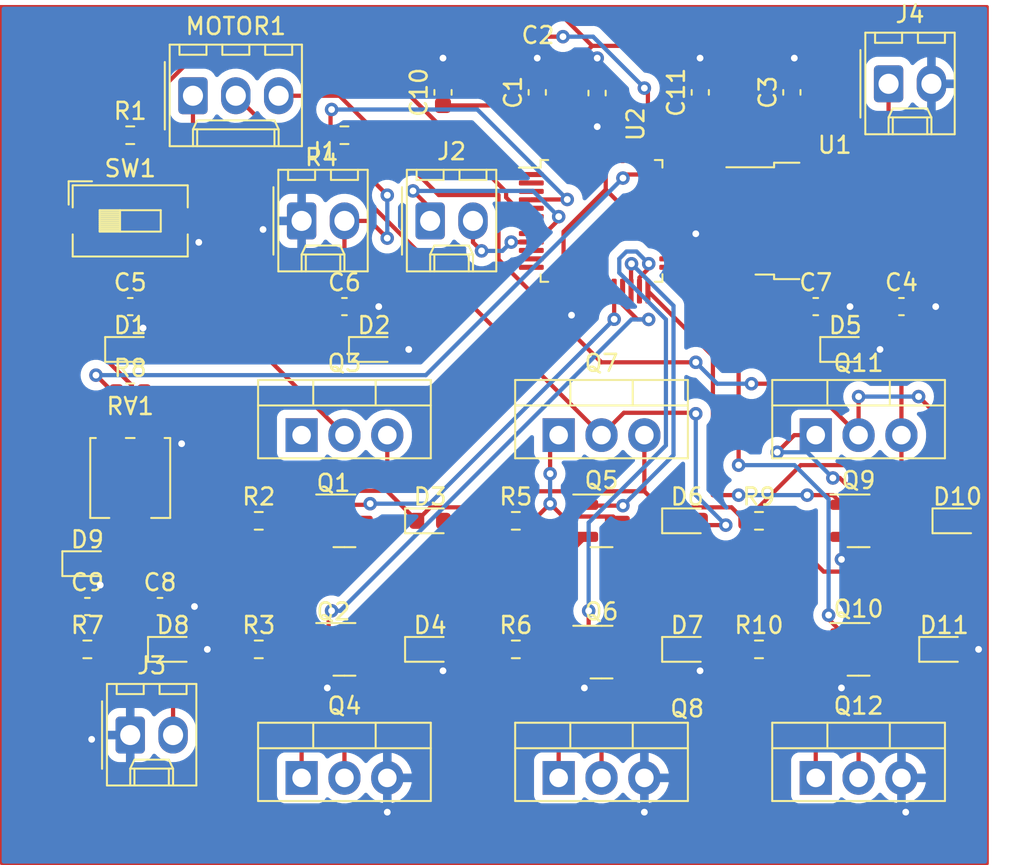
<source format=kicad_pcb>
(kicad_pcb (version 20211014) (generator pcbnew)
  (layers (0 "F.Cu" signal) (31 "B.Cu" signal) (34 "B.Paste" user) (35 "F.Paste" user) (36 "B.SilkS" user "B.Silkscreen") (37 "F.SilkS" user "F.Silkscreen") (38 "B.Mask" user) (39 "F.Mask" user) (44 "Edge.Cuts" user))
  (net 0 "")
  (net 1 "+5V")
  (net 2 "GND")
  (net 3 "+12V")
  (net 4 "Net-(C5-Pad1)")
  (net 5 "Net-(C6-Pad1)")
  (net 6 "Net-(C8-Pad1)")
  (net 7 "Net-(C9-Pad1)")
  (net 8 "Net-(D3-Pad2)")
  (net 9 "Net-(D6-Pad2)")
  (net 10 "Net-(D10-Pad2)")
  (net 11 "TX")
  (net 12 "RX")
  (net 13 "AH")
  (net 14 "Net-(Q1-Pad3)")
  (net 15 "AL")
  (net 16 "Net-(Q2-Pad3)")
  (net 17 "BH")
  (net 18 "Net-(Q5-Pad3)")
  (net 19 "BL")
  (net 20 "Net-(Q6-Pad3)")
  (net 21 "CH")
  (net 22 "Net-(Q11-Pad1)")
  (net 23 "CL")
  (net 24 "Net-(Q10-Pad3)")
  (net 25 "ARM")
  (net 26 "HALL")
  (net 27 "TEMP")
  (net 28 "POT")
  (footprint "Package_TO_SOT_THT:TO-220-3_Vertical" (layer "F.Cu") (at 132.08 114.3)
    (fp_text reference "Q3")
    (fp_text value "AO3401A")
  )
  (footprint "Package_QFP:TQFP-48_7x7mm_P0.5mm" (layer "F.Cu") (at 149.86 101.6)
    (fp_text reference "U2")
    (fp_text value "ATmega4809-A")
  )
  (footprint "Package_TO_SOT_THT:TO-220-3_Vertical" (layer "F.Cu") (at 162.56 134.62)
    (fp_text reference "Q12")
    (fp_text value "IRF540N")
  )
  (footprint "Diode_SMD:D_0603_1608Metric" (layer "F.Cu") (at 139.7 119.38)
    (fp_text reference "D3")
    (fp_text value "1N5819")
  )
  (footprint "Package_TO_SOT_THT:TO-220-3_Vertical" (layer "F.Cu") (at 132.08 134.62)
    (fp_text reference "Q4")
    (fp_text value "IRF540N")
  )
  (footprint "Package_TO_SOT_SMD:SOT-23" (layer "F.Cu") (at 165.1 119.38)
    (fp_text reference "Q9")
    (fp_text value "BC817")
  )
  (footprint "Capacitor_SMD:C_0603_1608Metric" (layer "F.Cu") (at 167.64 106.68)
    (fp_text reference "C4")
    (fp_text value "0.33uf")
  )
  (footprint "Resistor_SMD:R_0603_1608Metric" (layer "F.Cu") (at 121.92 96.52)
    (fp_text reference "R1")
    (fp_text value "1k")
  )
  (footprint "Capacitor_SMD:C_0603_1608Metric" (layer "F.Cu") (at 119.38 124.46)
    (fp_text reference "C9")
    (fp_text value "47nf")
  )
  (footprint "Connector_Molex:Molex_KK-254_AE-6410-02A_1x02_P2.54mm_Vertical" (layer "F.Cu") (at 166.878 93.472)
    (fp_text reference "J4")
    (fp_text value "Conn_01x02_Male")
  )
  (footprint "Diode_SMD:D_0603_1608Metric" (layer "F.Cu") (at 164.3125 109.22)
    (fp_text reference "D5")
    (fp_text value "1N5820")
  )
  (footprint "Resistor_SMD:R_0603_1608Metric" (layer "F.Cu") (at 129.54 119.38)
    (fp_text reference "R2")
    (fp_text value "10K")
  )
  (footprint "Package_TO_SOT_SMD:SOT-23" (layer "F.Cu") (at 134.62 119.38)
    (fp_text reference "Q1")
    (fp_text value "BC817")
  )
  (footprint "Potentiometer_SMD:Potentiometer_Bourns_3314J_Vertical" (layer "F.Cu") (at 121.92 116.84)
    (fp_text reference "RV1")
    (fp_text value "R_Potentiometer")
  )
  (footprint "Package_TO_SOT_SMD:TO-252-2" (layer "F.Cu") (at 162.56 101.6)
    (fp_text reference "U1")
    (fp_text value "L7805")
  )
  (footprint "Package_TO_SOT_SMD:SOT-23" (layer "F.Cu") (at 134.62 127)
    (fp_text reference "Q2")
    (fp_text value "BC817")
  )
  (footprint "Diode_SMD:D_0603_1608Metric" (layer "F.Cu") (at 170.18 127)
    (fp_text reference "D11")
    (fp_text value "1N5819")
  )
  (footprint "Diode_SMD:D_0603_1608Metric" (layer "F.Cu") (at 121.92 109.22)
    (fp_text reference "D1")
    (fp_text value "1N47xxA")
  )
  (footprint "Capacitor_SMD:C_0603_1608Metric" (layer "F.Cu") (at 149.596 94.02164 90)
    (fp_text reference "C2")
    (fp_text value "100n")
  )
  (footprint "Connector_Molex:Molex_KK-254_AE-6410-02A_1x02_P2.54mm_Vertical" (layer "F.Cu") (at 139.7 101.6)
    (fp_text reference "J2")
    (fp_text value "Conn_01x02_Male")
  )
  (footprint "Resistor_SMD:R_0603_1608Metric" (layer "F.Cu") (at 129.54 127)
    (fp_text reference "R3")
    (fp_text value "10K")
  )
  (footprint "Package_TO_SOT_SMD:SOT-23" (layer "F.Cu") (at 149.86 127.1625)
    (fp_text reference "Q6")
    (fp_text value "BC817")
  )
  (footprint "Diode_SMD:D_0603_1608Metric" (layer "F.Cu") (at 124.46 127)
    (fp_text reference "D8")
    (fp_text value "1N47xxA")
  )
  (footprint "Connector_Molex:Molex_KK-254_AE-6410-02A_1x02_P2.54mm_Vertical" (layer "F.Cu") (at 132.08 101.6)
    (fp_text reference "J1")
    (fp_text value "Conn_01x02_Male")
  )
  (footprint "Capacitor_SMD:C_0603_1608Metric" (layer "F.Cu") (at 161.14464 93.98 90)
    (fp_text reference "C3")
    (fp_text value "100n")
  )
  (footprint "Package_TO_SOT_SMD:SOT-23" (layer "F.Cu") (at 149.86 119.38)
    (fp_text reference "Q5")
    (fp_text value "BC817")
  )
  (footprint "Connector_Molex:Molex_KK-254_AE-6410-02A_1x02_P2.54mm_Vertical" (layer "F.Cu") (at 121.92 132.08)
    (fp_text reference "J3")
    (fp_text value "Conn_01x02_Male")
  )
  (footprint "Package_TO_SOT_SMD:SOT-23" (layer "F.Cu") (at 165.1 127)
    (fp_text reference "Q10")
    (fp_text value "BC817")
  )
  (footprint "Resistor_SMD:R_0603_1608Metric" (layer "F.Cu") (at 159.195 127)
    (fp_text reference "R10")
    (fp_text value "10K")
  )
  (footprint "Resistor_SMD:R_0603_1608Metric" (layer "F.Cu") (at 119.38 127)
    (fp_text reference "R7")
    (fp_text value "1k")
  )
  (footprint "Diode_SMD:D_0603_1608Metric" (layer "F.Cu") (at 119.38 121.92)
    (fp_text reference "D9")
    (fp_text value "1N47xxA")
  )
  (footprint "Capacitor_SMD:C_0603_1608Metric" (layer "F.Cu") (at 123.685 124.46)
    (fp_text reference "C8")
    (fp_text value "47nf")
  )
  (footprint "Resistor_SMD:R_0603_1608Metric" (layer "F.Cu") (at 144.78 127)
    (fp_text reference "R6")
    (fp_text value "10K")
  )
  (footprint "Package_TO_SOT_THT:TO-220-3_Vertical" (layer "F.Cu") (at 147.32 134.62)
    (fp_text reference "Q8")
    (fp_text value "IRF540N")
  )
  (footprint "Diode_SMD:D_0603_1608Metric" (layer "F.Cu") (at 154.94 119.38)
    (fp_text reference "D6")
    (fp_text value "1N5819")
  )
  (footprint "Resistor_SMD:R_0603_1608Metric" (layer "F.Cu") (at 144.78 119.38)
    (fp_text reference "R5")
    (fp_text value "10K")
  )
  (footprint "Resistor_SMD:R_0603_1608Metric" (layer "F.Cu") (at 159.195 119.38)
    (fp_text reference "R9")
    (fp_text value "10K")
  )
  (footprint "Capacitor_SMD:C_0603_1608Metric" (layer "F.Cu") (at 146.05 93.98 90)
    (fp_text reference "C1")
    (fp_text value "100n")
  )
  (footprint "Button_Switch_SMD:SW_DIP_SPSTx01_Slide_6.7x4.1mm_W6.73mm_P2.54mm_LowProfile_JPin" (layer "F.Cu") (at 121.92 101.6)
    (fp_text reference "SW1")
    (fp_text value "SW_DIP_x01")
  )
  (footprint "Package_TO_SOT_THT:TO-220-3_Vertical" (layer "F.Cu") (at 147.32 114.3)
    (fp_text reference "Q7")
    (fp_text value "AO3401A")
  )
  (footprint "Diode_SMD:D_0603_1608Metric" (layer "F.Cu") (at 136.3725 109.22)
    (fp_text reference "D2")
    (fp_text value "1N47xxA")
  )
  (footprint "Capacitor_SMD:C_0603_1608Metric" (layer "F.Cu") (at 140.462 93.98 90)
    (fp_text reference "C10")
    (fp_text value "4u7")
  )
  (footprint "Capacitor_SMD:C_0603_1608Metric" (layer "F.Cu") (at 155.715 93.98 90)
    (fp_text reference "C11")
    (fp_text value "4u7")
  )
  (footprint "Connector_Molex:Molex_KK-254_AE-6410-03A_1x03_P2.54mm_Vertical" (layer "F.Cu") (at 125.64 94.18)
    (fp_text reference "MOTOR1")
    (fp_text value "MOTOR")
  )
  (footprint "Diode_SMD:D_0603_1608Metric" (layer "F.Cu") (at 139.7 127)
    (fp_text reference "D4")
    (fp_text value "1N5819")
  )
  (footprint "Resistor_SMD:R_0603_1608Metric" (layer "F.Cu") (at 121.92 111.76)
    (fp_text reference "R8")
    (fp_text value "1k")
  )
  (footprint "Diode_SMD:D_0603_1608Metric" (layer "F.Cu") (at 170.9675 119.38)
    (fp_text reference "D10")
    (fp_text value "1N5819")
  )
  (footprint "Capacitor_SMD:C_0603_1608Metric" (layer "F.Cu") (at 134.62 106.68)
    (fp_text reference "C6")
    (fp_text value "4.7nf")
  )
  (footprint "Resistor_SMD:R_0603_1608Metric" (layer "F.Cu") (at 134.62 96.52)
    (fp_text reference "R4")
    (fp_text value "1k")
  )
  (footprint "Capacitor_SMD:C_0603_1608Metric" (layer "F.Cu") (at 121.92 106.68)
    (fp_text reference "C5")
    (fp_text value "4.7nf")
  )
  (footprint "Package_TO_SOT_THT:TO-220-3_Vertical" (layer "F.Cu") (at 162.56 114.3)
    (fp_text reference "Q11")
    (fp_text value "AO3401A")
  )
  (footprint "Diode_SMD:D_0603_1608Metric" (layer "F.Cu") (at 154.94 127)
    (fp_text reference "D7")
    (fp_text value "1N5819")
  )
  (footprint "Capacitor_SMD:C_0603_1608Metric" (layer "F.Cu") (at 162.56 106.68)
    (fp_text reference "C7")
    (fp_text value "0.1uf")
  )
  (gr_rect (start 114.3 88.9) (end 172.72 139.7) (layer "F.Cu") (width 0.2) (fill none))
  (segment (start 149.596 94.79664) (end 148.796 93.99664) (width 0.25) (layer "F.Cu") (net 1))
  (segment (start 150.11 97.4375) (end 150.11 99.740685) (width 0.25) (layer "F.Cu") (net 1))
  (segment (start 140.462 94.755) (end 146.05 94.755) (width 0.25) (layer "F.Cu") (net 1))
  (segment (start 161.785 106.68) (end 161.16 106.68) (width 0.25) (layer "F.Cu") (net 1))
  (segment (start 154.0225 102.85) (end 154.910695 102.85) (width 0.25) (layer "F.Cu") (net 1))
  (segment (start 147.490695 89.408) (end 149.305695 91.223) (width 0.25) (layer "F.Cu") (net 1))
  (segment (start 155.715 101.235) (end 155.715 94.755) (width 0.25) (layer "F.Cu") (net 1))
  (segment (start 158.36 103.88) (end 155.715 101.235) (width 0.25) (layer "F.Cu") (net 1))
  (segment (start 114.808 108.878) (end 114.808 89.408) (width 0.25) (layer "F.Cu") (net 1))
  (segment (start 114.808 89.408) (end 147.490695 89.408) (width 0.25) (layer "F.Cu") (net 1))
  (segment (start 154.910695 102.85) (end 155.940695 103.88) (width 0.25) (layer "F.Cu") (net 1))
  (segment (start 148.796 93.99664) (end 148.796 91.732695) (width 0.25) (layer "F.Cu") (net 1))
  (segment (start 150.11 99.740685) (end 153.219315 102.85) (width 0.25) (layer "F.Cu") (net 1))
  (segment (start 150.11 99.740685) (end 147.61 102.240685) (width 0.25) (layer "F.Cu") (net 1))
  (segment (start 153.219315 102.85) (end 154.0225 102.85) (width 0.25) (layer "F.Cu") (net 1))
  (segment (start 163.525 109.22) (end 163.525 108.42) (width 0.25) (layer "F.Cu") (net 1))
  (segment (start 161.16 106.68) (end 158.36 103.88) (width 0.25) (layer "F.Cu") (net 1))
  (segment (start 149.55436 94.755) (end 149.596 94.79664) (width 0.25) (layer "F.Cu") (net 1))
  (segment (start 148.796 91.732695) (end 149.305695 91.223) (width 0.25) (layer "F.Cu") (net 1))
  (segment (start 152.183 91.223) (end 155.715 94.755) (width 0.25) (layer "F.Cu") (net 1))
  (segment (start 146.05 94.755) (end 149.55436 94.755) (width 0.25) (layer "F.Cu") (net 1))
  (segment (start 163.525 108.42) (end 161.785 106.68) (width 0.25) (layer "F.Cu") (net 1))
  (segment (start 120.77 114.84) (end 114.808 108.878) (width 0.25) (layer "F.Cu") (net 1))
  (segment (start 147.61 102.240685) (end 147.61 105.7625) (width 0.25) (layer "F.Cu") (net 1))
  (segment (start 155.940695 103.88) (end 158.36 103.88) (width 0.25) (layer "F.Cu") (net 1))
  (segment (start 149.305695 91.223) (end 152.183 91.223) (width 0.25) (layer "F.Cu") (net 1))
  (segment (start 155.715 94.755) (end 161.14464 94.755) (width 0.25) (layer "F.Cu") (net 1))
  (segment (start 149.633457 96.012) (end 149.606 96.012) (width 0.25) (layer "F.Cu") (net 2))
  (segment (start 148.9225 128.1125) (end 147.075305 126.265305) (width 0.25) (layer "F.Cu") (net 2))
  (segment (start 149.61 96.016) (end 149.606 96.012) (width 0.25) (layer "F.Cu") (net 2))
  (segment (start 133.6825 127.95) (end 132.62 126.8875) (width 0.25) (layer "F.Cu") (net 2))
  (segment (start 125.285 102.171) (end 125.984 102.87) (width 0.25) (layer "F.Cu") (net 2))
  (segment (start 137.16 134.62) (end 137.16 136.652) (width 0.25) (layer "F.Cu") (net 2))
  (segment (start 140.4875 128.2445) (end 140.462 128.27) (width 0.25) (layer "F.Cu") (net 2))
  (segment (start 154.0225 102.35) (end 154.723 102.35) (width 0.25) (layer "F.Cu") (net 2))
  (segment (start 122.7075 107.9755) (end 122.682 107.95) (width 0.25) (layer "F.Cu") (net 2))
  (segment (start 146.05 93.205) (end 146.05 91.948) (width 0.25) (layer "F.Cu") (net 2))
  (segment (start 148.085 105.7875) (end 148.085 106.426) (width 0.25) (layer "F.Cu") (net 2))
  (segment (start 150.396 95.249457) (end 149.633457 96.012) (width 0.25) (layer "F.Cu") (net 2))
  (segment (start 154.0225 102.35) (end 155.436 102.35) (width 0.25) (layer "F.Cu") (net 2))
  (segment (start 140.4875 127) (end 140.4875 128.2445) (width 0.25) (layer "F.Cu") (net 2))
  (segment (start 149.596 93.24664) (end 150.396 94.04664) (width 0.25) (layer "F.Cu") (net 2))
  (segment (start 149.596 93.24664) (end 149.596 91.958) (width 0.25) (layer "F.Cu") (net 2))
  (segment (start 135.395 106.68) (end 136.652 106.68) (width 0.25) (layer "F.Cu") (net 2))
  (segment (start 147.075305 126.265305) (end 147.075305 122.177195) (width 0.25) (layer "F.Cu") (net 2))
  (segment (start 164.1625 120.33) (end 164.1625 121.5875) (width 0.25) (layer "F.Cu") (net 2))
  (segment (start 161.14464 93.205) (end 161.14464 92.09336) (width 0.25) (layer "F.Cu") (net 2))
  (segment (start 133.6825 127.95) (end 133.6825 129.2075) (width 0.25) (layer "F.Cu") (net 2))
  (segment (start 132.62 121.3925) (end 133.6825 120.33) (width 0.25) (layer "F.Cu") (net 2))
  (segment (start 133.6825 129.2075) (end 133.604 129.286) (width 0.25) (layer "F.Cu") (net 2))
  (segment (start 155.7275 127) (end 155.7275 128.2445) (width 0.25) (layer "F.Cu") (net 2))
  (segment (start 121.92 132.08) (end 119.888 132.08) (width 0.25) (layer "F.Cu") (net 2))
  (segment (start 148.11 105.7625) (end 148.085 105.7875) (width 0.25) (layer "F.Cu") (net 2))
  (segment (start 125.2475 127) (end 126.492 127) (width 0.25) (layer "F.Cu") (net 2))
  (segment (start 125.285 101.6) (end 125.285 102.171) (width 0.25) (layer "F.Cu") (net 2))
  (segment (start 170.9675 127) (end 172.212 127) (width 0.25) (layer "F.Cu") (net 2))
  (segment (start 152.4 134.62) (end 152.4 136.652) (width 0.25) (layer "F.Cu") (net 2))
  (segment (start 164.66 101.6) (end 164.66 106.612) (width 0.25) (layer "F.Cu") (net 2))
  (segment (start 164.1625 129.2075) (end 164.084 129.286) (width 0.25) (layer "F.Cu") (net 2))
  (segment (start 155.436 102.35) (end 155.448 102.362) (width 0.25) (layer "F.Cu") (net 2))
  (segment (start 155.715 93.205) (end 155.715 91.961) (width 0.25) (layer "F.Cu") (net 2))
  (segment (start 140.462 93.205) (end 140.462 91.948) (width 0.25) (layer "F.Cu") (net 2))
  (segment (start 147.075305 122.177195) (end 148.9225 120.33) (width 0.25) (layer "F.Cu") (net 2))
  (segment (start 164.1625 121.5875) (end 164.084 121.666) (width 0.25) (layer "F.Cu") (net 2))
  (segment (start 161.14464 92.09336) (end 161.29 91.948) (width 0.25) (layer "F.Cu") (net 2))
  (segment (start 164.66 106.612) (end 164.592 106.68) (width 0.25) (layer "F.Cu") (net 2))
  (segment (start 154.723 102.35) (end 154.723 102.362) (width 0.25) (layer "F.Cu") (net 2))
  (segment (start 148.9225 128.1125) (end 148.9225 129.2075) (width 0.25) (layer "F.Cu") (net 2))
  (segment (start 120.1675 121.92) (end 120.1675 123.1645) (width 0.25) (layer "F.Cu") (net 2))
  (segment (start 148.11 105.7625) (end 148.11 107.16) (width 0.25) (layer "F.Cu") (net 2))
  (segment (start 167.64 136.398) (end 167.894 136.652) (width 0.25) (layer "F.Cu") (net 2))
  (segment (start 149.61 97.4375) (end 149.61 96.016) (width 0.25) (layer "F.Cu") (net 2))
  (segment (start 122.7075 109.22) (end 122.7075 107.9755) (width 0.25) (layer "F.Cu") (net 2))
  (segment (start 149.596 91.958) (end 149.606 91.948) (width 0.25) (layer "F.Cu") (net 2))
  (segment (start 124.46 124.46) (end 125.73 124.46) (width 0.25) (layer "F.Cu") (net 2))
  (segment (start 124.936 114.84) (end 124.968 114.808) (width 0.25) (layer "F.Cu") (net 2))
  (segment (start 167.64 134.62) (end 167.64 136.398) (width 0.25) (layer "F.Cu") (net 2))
  (segment (start 132.08 101.6) (end 130.302 101.6) (width 0.25) (layer "F.Cu") (net 2))
  (segment (start 163.335 106.68) (end 164.592 106.68) (width 0.25) (layer "F.Cu") (net 2))
  (segment (start 155.715 91.961) (end 155.702 91.948) (width 0.25) (layer "F.Cu") (net 2))
  (segment (start 169.672 106.68) (end 168.415 106.68) (width 0.25) (layer "F.Cu") (net 2))
  (segment (start 155.7275 128.2445) (end 155.702 128.27) (width 0.25) (layer "F.Cu") (net 2))
  (segment (start 148.9225 129.2075) (end 148.844 129.286) (width 0.25) (layer "F.Cu") (net 2))
  (segment (start 132.62 126.8875) (end 132.62 121.3925) (width 0.25) (layer "F.Cu") (net 2))
  (segment (start 166.37 109.22) (end 165.1 109.22) (width 0.25) (layer "F.Cu") (net 2))
  (segment (start 122.695 106.68) (end 122.695 107.937) (width 0.25) (layer "F.Cu") (net 2))
  (segment (start 120.1675 123.1645) (end 120.142 123.19) (width 0.25) (layer "F.Cu") (net 2))
  (segment (start 137.16 109.22) (end 138.43 109.22) (width 0.25) (layer "F.Cu") (net 2))
  (segment (start 148.11 107.16) (end 148.082 107.188) (width 0.25) (layer "F.Cu") (net 2))
  (segment (start 123.07 114.84) (end 124.936 114.84) (width 0.25) (layer "F.Cu") (net 2))
  (segment (start 164.1625 127.95) (end 164.1625 129.2075) (width 0.25) (layer "F.Cu") (net 2))
  (segment (start 130.302 101.6) (end 129.794 102.108) (width 0.25) (layer "F.Cu") (net 2))
  (segment (start 119.888 132.08) (end 119.634 132.334) (width 0.25) (layer "F.Cu") (net 2))
  (segment (start 150.396 94.04664) (end 150.396 95.249457) (width 0.25) (layer "F.Cu") (net 2))
  (segment (start 122.695 107.937) (end 122.682 107.95) (width 0.25) (layer "F.Cu") (net 2))
  (via (at 167.894 136.652) (size 0.8) (drill 0.4) (layers "F.Cu" "B.Cu") (net 2))
  (via (at 126.492 127) (size 0.8) (drill 0.4) (layers "F.Cu" "B.Cu") (net 2))
  (via (at 122.682 107.95) (size 0.8) (drill 0.4) (layers "F.Cu" "B.Cu") (net 2))
  (via (at 155.702 91.948) (size 0.8) (drill 0.4) (layers "F.Cu" "B.Cu") (net 2))
  (via (at 149.606 96.012) (size 0.8) (drill 0.4) (layers "F.Cu" "B.Cu") (net 2))
  (via (at 155.702 128.27) (size 0.8) (drill 0.4) (layers "F.Cu" "B.Cu") (net 2))
  (via (at 155.448 102.362) (size 0.8) (drill 0.4) (layers "F.Cu" "B.Cu") (net 2))
  (via (at 140.462 91.948) (size 0.8) (drill 0.4) (layers "F.Cu" "B.Cu") (net 2))
  (via (at 164.084 121.666) (size 0.8) (drill 0.4) (layers "F.Cu" "B.Cu") (net 2))
  (via (at 125.73 124.46) (size 0.8) (drill 0.4) (layers "F.Cu" "B.Cu") (net 2))
  (via (at 125.984 102.87) (size 0.8) (drill 0.4) (layers "F.Cu" "B.Cu") (net 2))
  (via (at 133.604 129.286) (size 0.8) (drill 0.4) (layers "F.Cu" "B.Cu") (net 2))
  (via (at 152.4 136.652) (size 0.8) (drill 0.4) (layers "F.Cu" "B.Cu") (net 2))
  (via (at 140.462 128.27) (size 0.8) (drill 0.4) (layers "F.Cu" "B.Cu") (net 2))
  (via (at 120.142 123.19) (size 0.8) (drill 0.4) (layers "F.Cu" "B.Cu") (net 2))
  (via (at 129.794 102.108) (size 0.8) (drill 0.4) (layers "F.Cu" "B.Cu") (net 2))
  (via (at 148.844 129.286) (size 0.8) (drill 0.4) (layers "F.Cu" "B.Cu") (net 2))
  (via (at 138.43 109.22) (size 0.8) (drill 0.4) (layers "F.Cu" "B.Cu") (net 2))
  (via (at 146.05 91.948) (size 0.8) (drill 0.4) (layers "F.Cu" "B.Cu") (net 2))
  (via (at 169.672 106.68) (size 0.8) (drill 0.4) (layers "F.Cu" "B.Cu") (net 2))
  (via (at 161.29 91.948) (size 0.8) (drill 0.4) (layers "F.Cu" "B.Cu") (net 2))
  (via (at 166.37 109.22) (size 0.8) (drill 0.4) (layers "F.Cu" "B.Cu") (net 2))
  (via (at 136.652 106.68) (size 0.8) (drill 0.4) (layers "F.Cu" "B.Cu") (net 2))
  (via (at 148.082 107.188) (size 0.8) (drill 0.4) (layers "F.Cu" "B.Cu") (net 2))
  (via (at 124.968 114.808) (size 0.8) (drill 0.4) (layers "F.Cu" "B.Cu") (net 2))
  (via (at 164.084 129.286) (size 0.8) (drill 0.4) (layers "F.Cu" "B.Cu") (net 2))
  (via (at 149.606 91.948) (size 0.8) (drill 0.4) (layers "F.Cu" "B.Cu") (net 2))
  (via (at 164.592 106.68) (size 0.8) (drill 0.4) (layers "F.Cu" "B.Cu") (net 2))
  (via (at 119.634 132.334) (size 0.8) (drill 0.4) (layers "F.Cu" "B.Cu") (net 2))
  (via (at 137.16 136.652) (size 0.8) (drill 0.4) (layers "F.Cu" "B.Cu") (net 2))
  (via (at 172.212 127) (size 0.8) (drill 0.4) (layers "F.Cu" "B.Cu") (net 2))
  (segment (start 152.4 114.3) (end 152.4 117.6275) (width 0.25) (layer "F.Cu") (net 3))
  (segment (start 157.57 118.58) (end 158.37 119.38) (width 0.25) (layer "F.Cu") (net 3))
  (segment (start 145.7075 117.6275) (end 143.955 119.38) (width 0.25) (layer "F.Cu") (net 3))
  (segment (start 168.402 98.592) (end 168.402 105.143) (width 0.25) (layer "F.Cu") (net 3))
  (segment (start 137.16 117.602) (end 137.16 117.6275) (width 0.25) (layer "F.Cu") (net 3))
  (segment (start 166.878 98.298) (end 166.955 98.375) (width 0.25) (layer "F.Cu") (net 3))
  (segment (start 167.64 107.455) (end 167.64 114.3) (width 0.25) (layer "F.Cu") (net 3))
  (segment (start 168.402 105.143) (end 166.865 106.68) (width 0.25) (layer "F.Cu") (net 3))
  (segment (start 159.305 98.375) (end 167.055 98.375) (width 0.25) (layer "F.Cu") (net 3))
  (segment (start 168.185 98.375) (end 168.402 98.592) (width 0.25) (layer "F.Cu") (net 3))
  (segment (start 152.4 117.6275) (end 154.1525 119.38) (width 0.25) (layer "F.Cu") (net 3))
  (segment (start 143.955 119.38) (end 143.955 127) (width 0.25) (layer "F.Cu") (net 3))
  (segment (start 166.955 98.375) (end 167.055 98.375) (width 0.25) (layer "F.Cu") (net 3))
  (segment (start 139.7125 118.58) (end 143.155 118.58) (width 0.25) (layer "F.Cu") (net 3))
  (segment (start 154.9525 118.58) (end 157.57 118.58) (width 0.25) (layer "F.Cu") (net 3))
  (segment (start 167.055 98.375) (end 168.185 98.375) (width 0.25) (layer "F.Cu") (net 3))
  (segment (start 166.865 106.68) (end 167.64 107.455) (width 0.25) (layer "F.Cu") (net 3))
  (segment (start 137.16 117.6275) (end 138.9125 119.38) (width 0.25) (layer "F.Cu") (net 3))
  (segment (start 161.672 116.078) (end 158.37 119.38) (width 0.25) (layer "F.Cu") (net 3))
  (segment (start 130.493 117.602) (end 137.16 117.602) (width 0.25) (layer "F.Cu") (net 3))
  (segment (start 167.64 116.84) (end 167.64 116.078) (width 0.25) (layer "F.Cu") (net 3))
  (segment (start 152.4 117.6275) (end 145.7075 117.6275) (width 0.25) (layer "F.Cu") (net 3))
  (segment (start 143.155 118.58) (end 143.955 119.38) (width 0.25) (layer "F.Cu") (net 3))
  (segment (start 138.9125 119.38) (end 139.7125 118.58) (width 0.25) (layer "F.Cu") (net 3))
  (segment (start 137.16 114.3) (end 137.16 117.602) (width 0.25) (layer "F.Cu") (net 3))
  (segment (start 166.878 93.472) (end 166.878 98.298) (width 0.25) (layer "F.Cu") (net 3))
  (segment (start 158.37 127) (end 158.37 119.38) (width 0.25) (layer "F.Cu") (net 3))
  (segment (start 154.1525 119.38) (end 154.9525 118.58) (width 0.25) (layer "F.Cu") (net 3))
  (segment (start 128.715 119.38) (end 130.493 117.602) (width 0.25) (layer "F.Cu") (net 3))
  (segment (start 170.18 119.38) (end 167.64 116.84) (width 0.25) (layer "F.Cu") (net 3))
  (segment (start 167.64 116.078) (end 167.64 114.3) (width 0.25) (layer "F.Cu") (net 3))
  (segment (start 167.64 116.078) (end 161.672 116.078) (width 0.25) (layer "F.Cu") (net 3))
  (segment (start 158.36 99.32) (end 159.305 98.375) (width 0.25) (layer "F.Cu") (net 3))
  (segment (start 128.715 127) (end 128.715 119.38) (width 0.25) (layer "F.Cu") (net 3))
  (segment (start 118.555 100.71) (end 118.555 101.6) (width 0.25) (layer "F.Cu") (net 4))
  (segment (start 122.745 96.52) (end 118.555 100.71) (width 0.25) (layer "F.Cu") (net 4))
  (segment (start 121.145 106.68) (end 118.555 104.09) (width 0.25) (layer "F.Cu") (net 4))
  (segment (start 121.145 106.68) (end 121.145 109.2075) (width 0.25) (layer "F.Cu") (net 4))
  (segment (start 121.145 109.2075) (end 121.1325 109.22) (width 0.25) (layer "F.Cu") (net 4))
  (segment (start 118.555 104.09) (end 118.555 101.6) (width 0.25) (layer "F.Cu") (net 4))
  (segment (start 135.585 109.22) (end 135.585 108.42) (width 0.25) (layer "F.Cu") (net 5))
  (segment (start 135.585 108.42) (end 133.845 106.68) (width 0.25) (layer "F.Cu") (net 5))
  (segment (start 136.135402 101.6) (end 134.62 101.6) (width 0.25) (layer "F.Cu") (net 5))
  (segment (start 135.445 96.52) (end 135.382 96.583) (width 0.25) (layer "F.Cu") (net 5))
  (segment (start 134.62 101.6) (end 134.62 105.905) (width 0.25) (layer "F.Cu") (net 5))
  (segment (start 137.155701 102.620299) (end 136.135402 101.6) (width 0.25) (layer "F.Cu") (net 5))
  (segment (start 135.382 96.583) (end 135.382 98.298) (width 0.25) (layer "F.Cu") (net 5))
  (segment (start 135.382 98.298) (end 137.16 100.076) (width 0.25) (layer "F.Cu") (net 5))
  (segment (start 134.62 105.905) (end 133.845 106.68) (width 0.25) (layer "F.Cu") (net 5))
  (via (at 137.155701 102.620299) (size 0.8) (drill 0.4) (layers "F.Cu" "B.Cu") (net 5))
  (via (at 137.16 100.076) (size 0.8) (drill 0.4) (layers "F.Cu" "B.Cu") (net 5))
  (segment (start 137.16 102.616) (end 137.155701 102.620299) (width 0.25) (layer "B.Cu") (net 5))
  (segment (start 137.16 100.076) (end 137.16 102.616) (width 0.25) (layer "B.Cu") (net 5))
  (segment (start 122.91 124.46) (end 122.91 126.2375) (width 0.25) (layer "F.Cu") (net 6))
  (segment (start 123.6725 127) (end 124.46 127.7875) (width 0.25) (layer "F.Cu") (net 6))
  (segment (start 122.91 126.2375) (end 123.6725 127) (width 0.25) (layer "F.Cu") (net 6))
  (segment (start 120.205 127) (end 123.6725 127) (width 0.25) (layer "F.Cu") (net 6))
  (segment (start 124.46 127.7875) (end 124.46 132.08) (width 0.25) (layer "F.Cu") (net 6))
  (segment (start 125.693 114.507695) (end 125.693 116.115) (width 0.25) (layer "F.Cu") (net 7))
  (segment (start 122.968 118.84) (end 121.92 118.84) (width 0.25) (layer "F.Cu") (net 7))
  (segment (start 121.92 118.84) (end 121.6725 118.84) (width 0.25) (layer "F.Cu") (net 7))
  (segment (start 125.693 116.115) (end 122.968 118.84) (width 0.25) (layer "F.Cu") (net 7))
  (segment (start 118.605 124.46) (end 118.605 121.9325) (width 0.25) (layer "F.Cu") (net 7))
  (segment (start 121.6725 118.84) (end 118.5925 121.92) (width 0.25) (layer "F.Cu") (net 7))
  (segment (start 122.945305 111.76) (end 125.693 114.507695) (width 0.25) (layer "F.Cu") (net 7))
  (segment (start 118.605 121.9325) (end 118.5925 121.92) (width 0.25) (layer "F.Cu") (net 7))
  (segment (start 122.745 111.76) (end 122.945305 111.76) (width 0.25) (layer "F.Cu") (net 7))
  (segment (start 140.4875 125.425) (end 140.4875 119.38) (width 0.25) (layer "F.Cu") (net 8))
  (segment (start 138.9125 127) (end 134.62 131.2925) (width 0.25) (layer "F.Cu") (net 8))
  (segment (start 138.9125 127) (end 140.4875 125.425) (width 0.25) (layer "F.Cu") (net 8))
  (segment (start 125.64 99.665) (end 130.352135 104.377135) (width 0.25) (layer "F.Cu") (net 8))
  (segment (start 130.352135 104.377135) (end 130.352135 110.032135) (width 0.25) (layer "F.Cu") (net 8))
  (segment (start 130.352135 110.032135) (end 134.62 114.3) (width 0.25) (layer "F.Cu") (net 8))
  (segment (start 125.64 94.18) (end 125.64 99.665) (width 0.25) (layer "F.Cu") (net 8))
  (segment (start 134.62 131.2925) (end 134.62 134.62) (width 0.25) (layer "F.Cu") (net 8))
  (segment (start 154.1525 120.955) (end 155.7275 119.38) (width 0.25) (layer "F.Cu") (net 9))
  (segment (start 155.139 112.975) (end 155.194 113.03) (width 0.25) (layer "F.Cu") (net 9))
  (segment (start 155.9815 119.634) (end 155.7275 119.38) (width 0.25) (layer "F.Cu") (net 9))
  (segment (start 154.1525 127) (end 154.1525 120.955) (width 0.25) (layer "F.Cu") (net 9))
  (segment (start 131.32 97.32) (end 132.88 97.32) (width 0.25) (layer "F.Cu") (net 9))
  (segment (start 151.185 112.975) (end 155.139 112.975) (width 0.25) (layer "F.Cu") (net 9))
  (segment (start 149.86 134.62) (end 149.86 131.2925) (width 0.25) (layer "F.Cu") (net 9))
  (segment (start 155.194 113.03) (end 155.448 113.03) (width 0.25) (layer "F.Cu") (net 9))
  (segment (start 157.226 119.634) (end 155.9815 119.634) (width 0.25) (layer "F.Cu") (net 9))
  (segment (start 149.86 131.2925) (end 154.1525 127) (width 0.25) (layer "F.Cu") (net 9))
  (segment (start 128.18 94.18) (end 131.32 97.32) (width 0.25) (layer "F.Cu") (net 9))
  (segment (start 149.86 114.3) (end 151.185 112.975) (width 0.25) (layer "F.Cu") (net 9))
  (segment (start 132.88 97.32) (end 149.86 114.3) (width 0.25) (layer "F.Cu") (net 9))
  (via (at 157.226 119.634) (size 0.8) (drill 0.4) (layers "F.Cu" "B.Cu") (net 9))
  (via (at 155.448 113.03) (size 0.8) (drill 0.4) (layers "F.Cu" "B.Cu") (net 9))
  (segment (start 155.448 113.03) (end 155.448 117.856) (width 0.25) (layer "B.Cu") (net 9))
  (segment (start 155.448 117.856) (end 157.226 119.634) (width 0.25) (layer "B.Cu") (net 9))
  (segment (start 165.1 131.2925) (end 169.3925 127) (width 0.25) (layer "F.Cu") (net 10))
  (segment (start 134.322462 94.18) (end 140.208 100.065538) (width 0.25) (layer "F.Cu") (net 10))
  (segment (start 171.755 115.113) (end 168.656 112.014) (width 0.25) (layer "F.Cu") (net 10))
  (segment (start 158.75 111.252) (end 162.052 111.252) (width 0.25) (layer "F.Cu") (net 10))
  (segment (start 165.1 112.014) (end 165.1 114.3) (width 0.25) (layer "F.Cu") (net 10))
  (segment (start 162.052 111.252) (end 165.1 114.3) (width 0.25) (layer "F.Cu") (net 10))
  (segment (start 171.755 119.38) (end 171.755 115.113) (width 0.25) (layer "F.Cu") (net 10))
  (segment (start 169.3925 121.7425) (end 171.755 119.38) (width 0.25) (layer "F.Cu") (net 10))
  (segment (start 143.753538 103.884843) (end 149.850695 109.982) (width 0.25) (layer "F.Cu") (net 10))
  (segment (start 140.208 100.065538) (end 143.753538 100.065538) (width 0.25) (layer "F.Cu") (net 10))
  (segment (start 149.850695 109.982) (end 155.448 109.982) (width 0.25) (layer "F.Cu") (net 10))
  (segment (start 143.753538 100.065538) (end 143.753538 103.884843) (width 0.25) (layer "F.Cu") (net 10))
  (segment (start 130.72 94.18) (end 134.322462 94.18) (width 0.25) (layer "F.Cu") (net 10))
  (segment (start 165.1 134.62) (end 165.1 131.2925) (width 0.25) (layer "F.Cu") (net 10))
  (segment (start 169.3925 127) (end 169.3925 121.7425) (width 0.25) (layer "F.Cu") (net 10))
  (via (at 158.75 111.252) (size 0.8) (drill 0.4) (layers "F.Cu" "B.Cu") (net 10))
  (via (at 165.1 112.014) (size 0.8) (drill 0.4) (layers "F.Cu" "B.Cu") (net 10))
  (via (at 155.448 109.982) (size 0.8) (drill 0.4) (layers "F.Cu" "B.Cu") (net 10))
  (via (at 168.656 112.014) (size 0.8) (drill 0.4) (layers "F.Cu" "B.Cu") (net 10))
  (segment (start 168.656 112.014) (end 165.1 112.014) (width 0.25) (layer "B.Cu") (net 10))
  (segment (start 155.448 109.982) (end 156.718 111.252) (width 0.25) (layer "B.Cu") (net 10))
  (segment (start 156.718 111.252) (end 158.75 111.252) (width 0.25) (layer "B.Cu") (net 10))
  (segment (start 147.32 101.530685) (end 146.500685 102.35) (width 0.25) (layer "F.Cu") (net 11))
  (segment (start 146.500685 102.35) (end 145.6975 102.35) (width 0.25) (layer "F.Cu") (net 11))
  (segment (start 139.7 100.838) (end 138.684 99.822) (width 0.25) (layer "F.Cu") (net 11))
  (segment (start 147.32 101.346) (end 147.32 101.530685) (width 0.25) (layer "F.Cu") (net 11))
  (segment (start 139.7 101.6) (end 139.7 100.838) (width 0.25) (layer "F.Cu") (net 11))
  (via (at 147.32 101.346) (size 0.8) (drill 0.4) (layers "F.Cu" "B.Cu") (net 11))
  (via (at 138.684 99.822) (size 0.8) (drill 0.4) (layers "F.Cu" "B.Cu") (net 11))
  (segment (start 145.796 99.822) (end 147.32 101.346) (width 0.25) (layer "B.Cu") (net 11))
  (segment (start 138.684 99.822) (end 145.796 99.822) (width 0.25) (layer "B.Cu") (net 11))
  (segment (start 144.507192 102.855035) (end 145.692465 102.855035) (width 0.25) (layer "F.Cu") (net 12))
  (segment (start 145.692465 102.855035) (end 145.6975 102.85) (width 0.25) (layer "F.Cu") (net 12))
  (segment (start 142.24 102.87) (end 142.748 103.378) (width 0.25) (layer "F.Cu") (net 12))
  (segment (start 142.24 101.6) (end 142.24 102.87) (width 0.25) (layer "F.Cu") (net 12))
  (via (at 144.507192 102.855035) (size 0.8) (drill 0.4) (layers "F.Cu" "B.Cu") (net 12))
  (via (at 142.748 103.378) (size 0.8) (drill 0.4) (layers "F.Cu" "B.Cu") (net 12))
  (segment (start 143.984227 103.378) (end 144.507192 102.855035) (width 0.25) (layer "B.Cu") (net 12))
  (segment (start 142.748 103.378) (end 143.984227 103.378) (width 0.25) (layer "B.Cu") (net 12))
  (segment (start 136.078 118.43) (end 136.144 118.364) (width 0.25) (layer "F.Cu") (net 13))
  (segment (start 133.6825 118.43) (end 136.078 118.43) (width 0.25) (layer "F.Cu") (net 13))
  (segment (start 150.61 107.43) (end 150.622 107.442) (width 0.25) (layer "F.Cu") (net 13))
  (segment (start 150.61 105.7625) (end 150.61 107.43) (width 0.25) (layer "F.Cu") (net 13))
  (via (at 150.61 107.43) (size 0.8) (drill 0.4) (layers "F.Cu" "B.Cu") (net 13))
  (via (at 136.144 118.364) (size 0.8) (drill 0.4) (layers "F.Cu" "B.Cu") (net 13))
  (segment (start 150.61 107.43) (end 139.676 118.364) (width 0.25) (layer "B.Cu") (net 13))
  (segment (start 139.676 118.364) (end 136.144 118.364) (width 0.25) (layer "B.Cu") (net 13))
  (segment (start 133.6825 124.8895) (end 133.858 124.714) (width 0.25) (layer "F.Cu") (net 15))
  (segment (start 133.6825 126.05) (end 133.6825 124.8895) (width 0.25) (layer "F.Cu") (net 15))
  (segment (start 151.11 106.565685) (end 151.986315 107.442) (width 0.25) (layer "F.Cu") (net 15))
  (segment (start 151.11 105.7625) (end 151.11 106.565685) (width 0.25) (layer "F.Cu") (net 15))
  (segment (start 151.986315 107.442) (end 152.654 107.442) (width 0.25) (layer "F.Cu") (net 15))
  (via (at 133.858 124.714) (size 0.8) (drill 0.4) (layers "F.Cu" "B.Cu") (net 15))
  (via (at 152.654 107.442) (size 0.8) (drill 0.4) (layers "F.Cu" "B.Cu") (net 15))
  (segment (start 152.654 107.442) (end 151.638 107.442) (width 0.25) (layer "B.Cu") (net 15))
  (segment (start 134.366 124.714) (end 133.858 124.714) (width 0.25) (layer "B.Cu") (net 15))
  (segment (start 151.638 107.442) (end 134.366 124.714) (width 0.25) (layer "B.Cu") (net 15))
  (segment (start 132.08 128.715) (end 132.08 129.286) (width 0.25) (layer "F.Cu") (net 16))
  (segment (start 133.904305 130.011) (end 132.805 130.011) (width 0.25) (layer "F.Cu") (net 16))
  (segment (start 130.365 127) (end 132.08 128.715) (width 0.25) (layer "F.Cu") (net 16))
  (segment (start 135.5575 128.357805) (end 133.904305 130.011) (width 0.25) (layer "F.Cu") (net 16))
  (segment (start 135.5575 127) (end 135.5575 128.357805) (width 0.25) (layer "F.Cu") (net 16))
  (segment (start 132.805 130.011) (end 132.08 129.286) (width 0.25) (layer "F.Cu") (net 16))
  (segment (start 132.08 129.286) (end 132.08 134.62) (width 0.25) (layer "F.Cu") (net 16))
  (segment (start 151.61 105.7625) (end 151.61 104.168) (width 0.25) (layer "F.Cu") (net 17))
  (segment (start 151.61 104.168) (end 151.638 104.14) (width 0.25) (layer "F.Cu") (net 17))
  (segment (start 151.13 118.4805) (end 148.973 118.4805) (width 0.25) (layer "F.Cu") (net 17))
  (segment (start 148.973 118.4805) (end 148.9225 118.43) (width 0.25) (layer "F.Cu") (net 17))
  (via (at 151.638 104.14) (size 0.8) (drill 0.4) (layers "F.Cu" "B.Cu") (net 17))
  (via (at 151.13 118.4805) (size 0.8) (drill 0.4) (layers "F.Cu" "B.Cu") (net 17))
  (segment (start 154.127865 115.482635) (end 151.13 118.4805) (width 0.25) (layer "B.Cu") (net 17))
  (segment (start 154.127865 106.629865) (end 154.127865 115.482635) (width 0.25) (layer "B.Cu") (net 17))
  (segment (start 151.638 104.14) (end 154.127865 106.629865) (width 0.25) (layer "B.Cu") (net 17))
  (segment (start 147.574 119.126) (end 150.5435 119.126) (width 0.25) (layer "F.Cu") (net 18))
  (segment (start 146.812 118.364) (end 147.574 119.126) (width 0.25) (layer "F.Cu") (net 18))
  (segment (start 146.812 116.586) (end 146.812 114.808) (width 0.25) (layer "F.Cu") (net 18))
  (segment (start 146.812 114.808) (end 147.32 114.3) (width 0.25) (layer "F.Cu") (net 18))
  (segment (start 145.605 119.38) (end 145.796 119.38) (width 0.25) (layer "F.Cu") (net 18))
  (segment (start 145.796 119.38) (end 146.812 118.364) (width 0.25) (layer "F.Cu") (net 18))
  (segment (start 150.5435 119.126) (end 150.7975 119.38) (width 0.25) (layer "F.Cu") (net 18))
  (via (at 146.812 118.364) (size 0.8) (drill 0.4) (layers "F.Cu" "B.Cu") (net 18))
  (via (at 146.812 116.586) (size 0.8) (drill 0.4) (layers "F.Cu" "B.Cu") (net 18))
  (segment (start 146.812 118.364) (end 146.812 116.586) (width 0.25) (layer "B.Cu") (net 18))
  (segment (start 149.098 126.037) (end 148.9225 126.2125) (width 0.25) (layer "F.Cu") (net 19))
  (segment (start 152.11 104.959315) (end 152.658299 104.411016) (width 0.25) (layer "F.Cu") (net 19))
  (segment (start 152.658299 104.411016) (end 152.658299 104.135701) (width 0.25) (layer "F.Cu") (net 19))
  (segment (start 149.098 124.714) (end 149.098 126.037) (width 0.25) (layer "F.Cu") (net 19))
  (segment (start 152.11 105.7625) (end 152.11 104.959315) (width 0.25) (layer "F.Cu") (net 19))
  (via (at 149.098 124.714) (size 0.8) (drill 0.4) (layers "F.Cu" "B.Cu") (net 19))
  (via (at 152.658299 104.135701) (size 0.8) (drill 0.4) (layers "F.Cu" "B.Cu") (net 19))
  (segment (start 151.337695 103.415) (end 150.913 103.839695) (width 0.25) (layer "B.Cu") (net 19))
  (segment (start 152.658299 104.135701) (end 151.937598 103.415) (width 0.25) (layer "B.Cu") (net 19))
  (segment (start 153.677865 114.90733) (end 149.098 119.487195) (width 0.25) (layer "B.Cu") (net 19))
  (segment (start 149.098 119.487195) (end 149.098 124.714) (width 0.25) (layer "B.Cu") (net 19))
  (segment (start 150.913 103.839695) (end 150.913 104.675695) (width 0.25) (layer "B.Cu") (net 19))
  (segment (start 151.937598 103.415) (end 151.337695 103.415) (width 0.25) (layer "B.Cu") (net 19))
  (segment (start 153.677865 107.44056) (end 153.677865 114.90733) (width 0.25) (layer "B.Cu") (net 19))
  (segment (start 150.913 104.675695) (end 153.677865 107.44056) (width 0.25) (layer "B.Cu") (net 19))
  (segment (start 145.605 127) (end 147.32 128.715) (width 0.25) (layer "F.Cu") (net 20))
  (segment (start 147.32 128.715) (end 147.32 134.62) (width 0.25) (layer "F.Cu") (net 20))
  (segment (start 150.7975 128.357805) (end 149.144305 130.011) (width 0.25) (layer "F.Cu") (net 20))
  (segment (start 148.299 130.011) (end 147.32 129.032) (width 0.25) (layer "F.Cu") (net 20))
  (segment (start 147.32 129.032) (end 147.32 128.715) (width 0.25) (layer "F.Cu") (net 20))
  (segment (start 149.144305 130.011) (end 148.299 130.011) (width 0.25) (layer "F.Cu") (net 20))
  (segment (start 150.7975 127.1625) (end 150.7975 128.357805) (width 0.25) (layer "F.Cu") (net 20))
  (segment (start 163.5885 117.856) (end 164.1625 118.43) (width 0.25) (layer "F.Cu") (net 21))
  (segment (start 156.464 109.6165) (end 156.464 117.856) (width 0.25) (layer "F.Cu") (net 21))
  (segment (start 156.464 117.856) (end 157.988 117.856) (width 0.25) (layer "F.Cu") (net 21))
  (segment (start 162.052 117.856) (end 163.5885 117.856) (width 0.25) (layer "F.Cu") (net 21))
  (segment (start 152.61 105.7625) (end 156.464 109.6165) (width 0.25) (layer "F.Cu") (net 21))
  (via (at 157.988 117.856) (size 0.8) (drill 0.4) (layers "F.Cu" "B.Cu") (net 21))
  (via (at 162.052 117.856) (size 0.8) (drill 0.4) (layers "F.Cu" "B.Cu") (net 21))
  (segment (start 157.988 117.856) (end 162.052 117.856) (width 0.25) (layer "B.Cu") (net 21))
  (segment (start 161.29 114.3) (end 162.56 114.3) (width 0.25) (layer "F.Cu") (net 22))
  (segment (start 163.981751 116.84) (end 163.576 116.84) (width 0.25) (layer "F.Cu") (net 22))
  (segment (start 166.0375 119.38) (end 166.0375 118.895749) (width 0.25) (layer "F.Cu") (net 22))
  (segment (start 160.02 119.38) (end 163.031 122.391) (width 0.25) (layer "F.Cu") (net 22))
  (segment (start 160.274 115.316) (end 161.29 114.3) (width 0.25) (layer "F.Cu") (net 22))
  (segment (start 166.0375 118.895749) (end 163.981751 116.84) (width 0.25) (layer "F.Cu") (net 22))
  (segment (start 163.031 122.391) (end 164.629 122.391) (width 0.25) (layer "F.Cu") (net 22))
  (segment (start 166.0375 120.9825) (end 166.0375 119.38) (width 0.25) (layer "F.Cu") (net 22))
  (segment (start 164.629 122.391) (end 166.0375 120.9825) (width 0.25) (layer "F.Cu") (net 22))
  (via (at 160.274 115.316) (size 0.8) (drill 0.4) (layers "F.Cu" "B.Cu") (net 22))
  (via (at 163.576 116.84) (size 0.8) (drill 0.4) (layers "F.Cu" "B.Cu") (net 22))
  (segment (start 162.052 115.316) (end 160.274 115.316) (width 0.25) (layer "B.Cu") (net 22))
  (segment (start 163.576 116.84) (end 162.052 115.316) (width 0.25) (layer "B.Cu") (net 22))
  (segment (start 163.322 125.2095) (end 164.1625 126.05) (width 0.25) (layer "F.Cu") (net 23))
  (segment (start 163.322 124.968) (end 163.322 125.2095) (width 0.25) (layer "F.Cu") (net 23))
  (segment (start 157.988 108.3155) (end 157.988 116.078) (width 0.25) (layer "F.Cu") (net 23))
  (segment (start 154.0225 104.35) (end 157.988 108.3155) (width 0.25) (layer "F.Cu") (net 23))
  (via (at 157.988 116.078) (size 0.8) (drill 0.4) (layers "F.Cu" "B.Cu") (net 23))
  (via (at 163.322 124.968) (size 0.8) (drill 0.4) (layers "F.Cu" "B.Cu") (net 23))
  (segment (start 157.988 116.078) (end 161.299305 116.078) (width 0.25) (layer "B.Cu") (net 23))
  (segment (start 163.322 118.100695) (end 163.322 124.968) (width 0.25) (layer "B.Cu") (net 23))
  (segment (start 161.299305 116.078) (end 163.322 118.100695) (width 0.25) (layer "B.Cu") (net 23))
  (segment (start 160.02 127) (end 162.56 129.54) (width 0.25) (layer "F.Cu") (net 24))
  (segment (start 162.56 129.54) (end 162.56 130.048) (width 0.25) (layer "F.Cu") (net 24))
  (segment (start 164.347305 130.048) (end 162.56 130.048) (width 0.25) (layer "F.Cu") (net 24))
  (segment (start 162.56 130.048) (end 162.56 134.62) (width 0.25) (layer "F.Cu") (net 24))
  (segment (start 166.0375 127) (end 166.0375 128.357805) (width 0.25) (layer "F.Cu") (net 24))
  (segment (start 166.0375 128.357805) (end 164.347305 130.048) (width 0.25) (layer "F.Cu") (net 24))
  (segment (start 125.171971 92.369856) (end 136.694252 92.369856) (width 0.25) (layer "F.Cu") (net 25))
  (segment (start 144.844315 100.85) (end 145.6975 100.85) (width 0.25) (layer "F.Cu") (net 25))
  (segment (start 121.095 96.52) (end 121.095 96.446827) (width 0.25) (layer "F.Cu") (net 25))
  (segment (start 144.203538 99.879142) (end 144.203538 100.209223) (width 0.25) (layer "F.Cu") (net 25))
  (segment (start 136.694252 92.369856) (end 144.203538 99.879142) (width 0.25) (layer "F.Cu") (net 25))
  (segment (start 121.095 96.446827) (end 125.171971 92.369856) (width 0.25) (layer "F.Cu") (net 25))
  (segment (start 144.203538 100.209223) (end 144.844315 100.85) (width 0.25) (layer "F.Cu") (net 25))
  (segment (start 133.795 95.059) (end 133.858 94.996) (width 0.25) (layer "F.Cu") (net 26))
  (segment (start 133.795 96.52) (end 133.795 95.059) (width 0.25) (layer "F.Cu") (net 26))
  (segment (start 145.7175 100.33) (end 145.6975 100.35) (width 0.25) (layer "F.Cu") (net 26))
  (segment (start 147.828 100.33) (end 145.7175 100.33) (width 0.25) (layer "F.Cu") (net 26))
  (via (at 133.858 94.996) (size 0.8) (drill 0.4) (layers "F.Cu" "B.Cu") (net 26))
  (via (at 147.828 100.33) (size 0.8) (drill 0.4) (layers "F.Cu" "B.Cu") (net 26))
  (segment (start 142.494 94.996) (end 147.828 100.33) (width 0.25) (layer "B.Cu") (net 26))
  (segment (start 133.858 94.996) (end 142.494 94.996) (width 0.25) (layer "B.Cu") (net 26))
  (segment (start 114.725 123.17) (end 122.02 115.875) (width 0.25) (layer "F.Cu") (net 27))
  (segment (start 117.15 99.2) (end 125.672 90.678) (width 0.25) (layer "F.Cu") (net 27))
  (segment (start 125.672 90.678) (end 147.574 90.678) (width 0.25) (layer "F.Cu") (net 27))
  (segment (start 117.15 106.481479) (end 117.15 99.2) (width 0.25) (layer "F.Cu") (net 27))
  (segment (start 118.555 127) (end 114.725 123.17) (width 0.25) (layer "F.Cu") (net 27))
  (segment (start 122.02 115.875) (end 122.02 111.351479) (width 0.25) (layer "F.Cu") (net 27))
  (segment (start 152.61 93.936) (end 152.61 97.4375) (width 0.25) (layer "F.Cu") (net 27))
  (segment (start 122.02 111.351479) (end 117.15 106.481479) (width 0.25) (layer "F.Cu") (net 27))
  (segment (start 152.4 93.726) (end 152.61 93.936) (width 0.25) (layer "F.Cu") (net 27))
  (via (at 147.574 90.678) (size 0.8) (drill 0.4) (layers "F.Cu" "B.Cu") (net 27))
  (via (at 152.4 93.726) (size 0.8) (drill 0.4) (layers "F.Cu" "B.Cu") (net 27))
  (segment (start 149.361305 90.678) (end 152.4 93.716695) (width 0.25) (layer "B.Cu") (net 27))
  (segment (start 147.574 90.678) (end 149.361305 90.678) (width 0.25) (layer "B.Cu") (net 27))
  (segment (start 152.4 93.716695) (end 152.4 93.726) (width 0.25) (layer "B.Cu") (net 27))
  (segment (start 151.34 98.85) (end 154.0225 98.85) (width 0.25) (layer "F.Cu") (net 28))
  (segment (start 151.13 99.06) (end 151.34 98.85) (width 0.25) (layer "F.Cu") (net 28))
  (segment (start 121.095 111.76) (end 120.904 111.76) (width 0.25) (layer "F.Cu") (net 28))
  (segment (start 120.904 111.76) (end 119.888 110.744) (width 0.25) (layer "F.Cu") (net 28))
  (via (at 119.888 110.744) (size 0.8) (drill 0.4) (layers "F.Cu" "B.Cu") (net 28))
  (via (at 151.13 99.06) (size 0.8) (drill 0.4) (layers "F.Cu" "B.Cu") (net 28))
  (segment (start 139.446 110.744) (end 151.13 99.06) (width 0.25) (layer "B.Cu") (net 28))
  (segment (start 119.888 110.744) (end 139.446 110.744) (width 0.25) (layer "B.Cu") (net 28))
  (zone (net 2) (net_name "GND") (layer "B.Cu") (connect_pads (clearance 0.508)) (min_thickness 0.254) (fill yes (thermal_gap 0.508) (thermal_bridge_width 0.508))
    (polygon (pts (xy 172.72 139.7) (xy 114.3 139.7) (xy 114.3 88.9) (xy 172.72 88.9)))
  )
)
</source>
